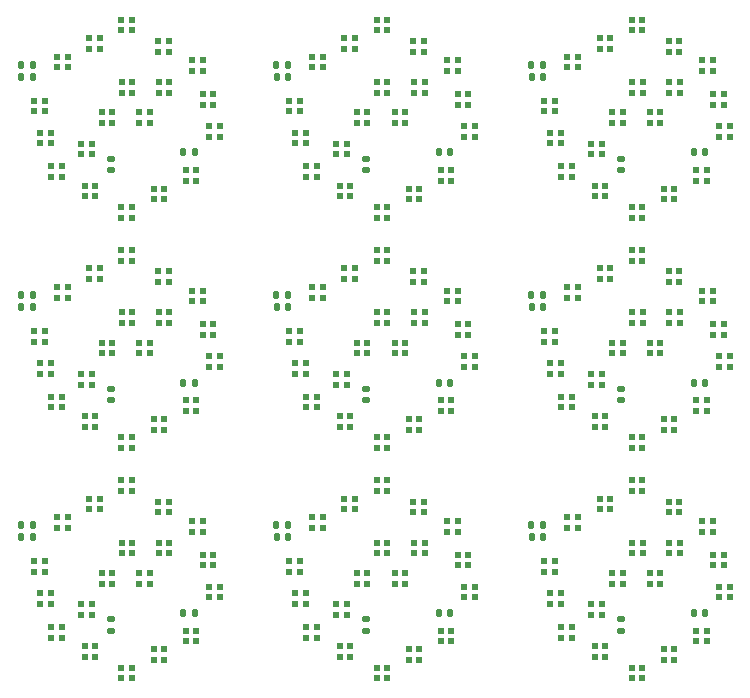
<source format=gbr>
%TF.GenerationSoftware,KiCad,Pcbnew,8.0.4*%
%TF.CreationDate,2024-10-17T13:06:50+11:00*%
%TF.ProjectId,panel,70616e65-6c2e-46b6-9963-61645f706362,rev?*%
%TF.SameCoordinates,Original*%
%TF.FileFunction,Paste,Top*%
%TF.FilePolarity,Positive*%
%FSLAX46Y46*%
G04 Gerber Fmt 4.6, Leading zero omitted, Abs format (unit mm)*
G04 Created by KiCad (PCBNEW 8.0.4) date 2024-10-17 13:06:50*
%MOMM*%
%LPD*%
G01*
G04 APERTURE LIST*
G04 Aperture macros list*
%AMRoundRect*
0 Rectangle with rounded corners*
0 $1 Rounding radius*
0 $2 $3 $4 $5 $6 $7 $8 $9 X,Y pos of 4 corners*
0 Add a 4 corners polygon primitive as box body*
4,1,4,$2,$3,$4,$5,$6,$7,$8,$9,$2,$3,0*
0 Add four circle primitives for the rounded corners*
1,1,$1+$1,$2,$3*
1,1,$1+$1,$4,$5*
1,1,$1+$1,$6,$7*
1,1,$1+$1,$8,$9*
0 Add four rect primitives between the rounded corners*
20,1,$1+$1,$2,$3,$4,$5,0*
20,1,$1+$1,$4,$5,$6,$7,0*
20,1,$1+$1,$6,$7,$8,$9,0*
20,1,$1+$1,$8,$9,$2,$3,0*%
G04 Aperture macros list end*
%ADD10R,0.500000X0.500000*%
%ADD11RoundRect,0.140000X-0.140000X-0.170000X0.140000X-0.170000X0.140000X0.170000X-0.140000X0.170000X0*%
%ADD12RoundRect,0.140000X0.170000X-0.140000X0.170000X0.140000X-0.170000X0.140000X-0.170000X-0.140000X0*%
%ADD13RoundRect,0.135000X0.135000X0.185000X-0.135000X0.185000X-0.135000X-0.185000X0.135000X-0.185000X0*%
G04 APERTURE END LIST*
D10*
%TO.C,D11*%
X58325000Y-42834347D03*
X58325000Y-41934347D03*
X57425000Y-41934347D03*
X57425000Y-42834347D03*
%TD*%
%TO.C,D2*%
X14631250Y-29431105D03*
X14631250Y-30331105D03*
X15531250Y-30331105D03*
X15531250Y-29431105D03*
%TD*%
%TO.C,D14*%
X32443750Y-16130422D03*
X32443750Y-15230422D03*
X31543750Y-15230422D03*
X31543750Y-16130422D03*
%TD*%
D11*
%TO.C,C2*%
X22596000Y-58602000D03*
X23556000Y-58602000D03*
%TD*%
D10*
%TO.C,D10*%
X18250000Y-25138566D03*
X18250000Y-24238566D03*
X17350000Y-24238566D03*
X17350000Y-25138566D03*
%TD*%
%TO.C,D3*%
X17350000Y-27861434D03*
X17350000Y-28761434D03*
X18250000Y-28761434D03*
X18250000Y-27861434D03*
%TD*%
%TO.C,D8*%
X23687500Y-21999224D03*
X23687500Y-21099224D03*
X22787500Y-21099224D03*
X22787500Y-21999224D03*
%TD*%
%TO.C,D17*%
X62076664Y-17118005D03*
X62976664Y-17118005D03*
X62976664Y-16218005D03*
X62076664Y-16218005D03*
%TD*%
D11*
%TO.C,C1*%
X8880000Y-13194000D03*
X9840000Y-13194000D03*
%TD*%
D10*
%TO.C,D3*%
X38950000Y-47361434D03*
X38950000Y-48261434D03*
X39850000Y-48261434D03*
X39850000Y-47361434D03*
%TD*%
%TO.C,D12*%
X55481250Y-41192507D03*
X55481250Y-40292507D03*
X54581250Y-40292507D03*
X54581250Y-41192507D03*
%TD*%
%TO.C,D13*%
X32975000Y-57830274D03*
X32975000Y-56930274D03*
X32075000Y-56930274D03*
X32075000Y-57830274D03*
%TD*%
%TO.C,D9*%
X42568750Y-62568895D03*
X42568750Y-61668895D03*
X41668750Y-61668895D03*
X41668750Y-62568895D03*
%TD*%
%TO.C,D4*%
X63675000Y-49165653D03*
X63675000Y-50065653D03*
X64575000Y-50065653D03*
X64575000Y-49165653D03*
%TD*%
%TO.C,D16*%
X37275357Y-36618005D03*
X38175357Y-36618005D03*
X38175357Y-35718005D03*
X37275357Y-35718005D03*
%TD*%
%TO.C,D2*%
X57831250Y-29431105D03*
X57831250Y-30331105D03*
X58731250Y-30331105D03*
X58731250Y-29431105D03*
%TD*%
%TO.C,D16*%
X37275357Y-56118005D03*
X38175357Y-56118005D03*
X38175357Y-55218005D03*
X37275357Y-55218005D03*
%TD*%
D11*
%TO.C,C1*%
X30480000Y-52194000D03*
X31440000Y-52194000D03*
%TD*%
D10*
%TO.C,D1*%
X11912500Y-11500776D03*
X11912500Y-12400776D03*
X12812500Y-12400776D03*
X12812500Y-11500776D03*
%TD*%
%TO.C,D6*%
X45825000Y-53669726D03*
X45825000Y-54569726D03*
X46725000Y-54569726D03*
X46725000Y-53669726D03*
%TD*%
%TO.C,D16*%
X15675357Y-36618005D03*
X16575357Y-36618005D03*
X16575357Y-35718005D03*
X15675357Y-35718005D03*
%TD*%
%TO.C,D17*%
X18876664Y-36618005D03*
X19776664Y-36618005D03*
X19776664Y-35718005D03*
X18876664Y-35718005D03*
%TD*%
%TO.C,D15*%
X35527837Y-18872522D03*
X35527837Y-19772522D03*
X36427837Y-19772522D03*
X36427837Y-18872522D03*
%TD*%
%TO.C,D10*%
X61450000Y-25138566D03*
X61450000Y-24238566D03*
X60550000Y-24238566D03*
X60550000Y-25138566D03*
%TD*%
%TO.C,D5*%
X66518750Y-50807493D03*
X66518750Y-51707493D03*
X67418750Y-51707493D03*
X67418750Y-50807493D03*
%TD*%
%TO.C,D19*%
X63711190Y-33151132D03*
X63711190Y-34051132D03*
X64611190Y-34051132D03*
X64611190Y-33151132D03*
%TD*%
%TO.C,D4*%
X42075000Y-49165653D03*
X42075000Y-50065653D03*
X42975000Y-50065653D03*
X42975000Y-49165653D03*
%TD*%
%TO.C,D19*%
X63711190Y-52651132D03*
X63711190Y-53551132D03*
X64611190Y-53551132D03*
X64611190Y-52651132D03*
%TD*%
%TO.C,D18*%
X38965165Y-34051132D03*
X39865165Y-34051132D03*
X39865165Y-33151132D03*
X38965165Y-33151132D03*
%TD*%
%TO.C,D4*%
X20475000Y-10165653D03*
X20475000Y-11065653D03*
X21375000Y-11065653D03*
X21375000Y-10165653D03*
%TD*%
%TO.C,D17*%
X18876664Y-17118005D03*
X19776664Y-17118005D03*
X19776664Y-16218005D03*
X18876664Y-16218005D03*
%TD*%
%TO.C,D17*%
X62076664Y-36618005D03*
X62976664Y-36618005D03*
X62976664Y-35718005D03*
X62076664Y-35718005D03*
%TD*%
%TO.C,D16*%
X37275357Y-17118005D03*
X38175357Y-17118005D03*
X38175357Y-16218005D03*
X37275357Y-16218005D03*
%TD*%
%TO.C,D5*%
X23318750Y-11807493D03*
X23318750Y-12707493D03*
X24218750Y-12707493D03*
X24218750Y-11807493D03*
%TD*%
%TO.C,D1*%
X33512500Y-31000776D03*
X33512500Y-31900776D03*
X34412500Y-31900776D03*
X34412500Y-31000776D03*
%TD*%
%TO.C,D5*%
X44918750Y-50807493D03*
X44918750Y-51707493D03*
X45818750Y-51707493D03*
X45818750Y-50807493D03*
%TD*%
D12*
%TO.C,C3*%
X59672000Y-60098000D03*
X59672000Y-59138000D03*
%TD*%
D10*
%TO.C,D14*%
X10843750Y-55130422D03*
X10843750Y-54230422D03*
X9943750Y-54230422D03*
X9943750Y-55130422D03*
%TD*%
%TO.C,D9*%
X20968750Y-43068895D03*
X20968750Y-42168895D03*
X20068750Y-42168895D03*
X20068750Y-43068895D03*
%TD*%
%TO.C,D14*%
X10843750Y-35630422D03*
X10843750Y-34730422D03*
X9943750Y-34730422D03*
X9943750Y-35630422D03*
%TD*%
D11*
%TO.C,C1*%
X52080000Y-13194000D03*
X53040000Y-13194000D03*
%TD*%
D10*
%TO.C,D18*%
X60565165Y-53551132D03*
X61465165Y-53551132D03*
X61465165Y-52651132D03*
X60565165Y-52651132D03*
%TD*%
%TO.C,D2*%
X36231250Y-48931105D03*
X36231250Y-49831105D03*
X37131250Y-49831105D03*
X37131250Y-48931105D03*
%TD*%
D13*
%TO.C,R1*%
X53070000Y-12178000D03*
X52050000Y-12178000D03*
%TD*%
D10*
%TO.C,D18*%
X60565165Y-14551132D03*
X61465165Y-14551132D03*
X61465165Y-13651132D03*
X60565165Y-13651132D03*
%TD*%
%TO.C,D11*%
X58325000Y-62334347D03*
X58325000Y-61434347D03*
X57425000Y-61434347D03*
X57425000Y-62334347D03*
%TD*%
%TO.C,D15*%
X13927837Y-18872522D03*
X13927837Y-19772522D03*
X14827837Y-19772522D03*
X14827837Y-18872522D03*
%TD*%
%TO.C,D16*%
X58875357Y-36618005D03*
X59775357Y-36618005D03*
X59775357Y-35718005D03*
X58875357Y-35718005D03*
%TD*%
D13*
%TO.C,R1*%
X9870000Y-51178000D03*
X8850000Y-51178000D03*
%TD*%
D10*
%TO.C,D5*%
X66518750Y-11807493D03*
X66518750Y-12707493D03*
X67418750Y-12707493D03*
X67418750Y-11807493D03*
%TD*%
%TO.C,D15*%
X35527837Y-57872522D03*
X35527837Y-58772522D03*
X36427837Y-58772522D03*
X36427837Y-57872522D03*
%TD*%
%TO.C,D13*%
X32975000Y-38330274D03*
X32975000Y-37430274D03*
X32075000Y-37430274D03*
X32075000Y-38330274D03*
%TD*%
%TO.C,D16*%
X58875357Y-17118005D03*
X59775357Y-17118005D03*
X59775357Y-16218005D03*
X58875357Y-16218005D03*
%TD*%
D13*
%TO.C,R1*%
X9870000Y-12178000D03*
X8850000Y-12178000D03*
%TD*%
D10*
%TO.C,D19*%
X63711190Y-13651132D03*
X63711190Y-14551132D03*
X64611190Y-14551132D03*
X64611190Y-13651132D03*
%TD*%
%TO.C,D8*%
X45287500Y-21999224D03*
X45287500Y-21099224D03*
X44387500Y-21099224D03*
X44387500Y-21999224D03*
%TD*%
D12*
%TO.C,C3*%
X16472000Y-21098000D03*
X16472000Y-20138000D03*
%TD*%
D13*
%TO.C,R1*%
X31470000Y-51178000D03*
X30450000Y-51178000D03*
%TD*%
D11*
%TO.C,C2*%
X44196000Y-39102000D03*
X45156000Y-39102000D03*
%TD*%
D10*
%TO.C,D17*%
X62076664Y-56118005D03*
X62976664Y-56118005D03*
X62976664Y-55218005D03*
X62076664Y-55218005D03*
%TD*%
%TO.C,D18*%
X17365165Y-34051132D03*
X18265165Y-34051132D03*
X18265165Y-33151132D03*
X17365165Y-33151132D03*
%TD*%
%TO.C,D11*%
X15125000Y-23334347D03*
X15125000Y-22434347D03*
X14225000Y-22434347D03*
X14225000Y-23334347D03*
%TD*%
%TO.C,D2*%
X36231250Y-29431105D03*
X36231250Y-30331105D03*
X37131250Y-30331105D03*
X37131250Y-29431105D03*
%TD*%
%TO.C,D12*%
X55481250Y-21692507D03*
X55481250Y-20792507D03*
X54581250Y-20792507D03*
X54581250Y-21692507D03*
%TD*%
%TO.C,D6*%
X24225000Y-34169726D03*
X24225000Y-35069726D03*
X25125000Y-35069726D03*
X25125000Y-34169726D03*
%TD*%
%TO.C,D9*%
X64168750Y-43068895D03*
X64168750Y-42168895D03*
X63268750Y-42168895D03*
X63268750Y-43068895D03*
%TD*%
%TO.C,D10*%
X18250000Y-44638566D03*
X18250000Y-43738566D03*
X17350000Y-43738566D03*
X17350000Y-44638566D03*
%TD*%
%TO.C,D13*%
X11375000Y-57830274D03*
X11375000Y-56930274D03*
X10475000Y-56930274D03*
X10475000Y-57830274D03*
%TD*%
%TO.C,D15*%
X57127837Y-38372522D03*
X57127837Y-39272522D03*
X58027837Y-39272522D03*
X58027837Y-38372522D03*
%TD*%
%TO.C,D3*%
X60550000Y-47361434D03*
X60550000Y-48261434D03*
X61450000Y-48261434D03*
X61450000Y-47361434D03*
%TD*%
%TO.C,D6*%
X45825000Y-34169726D03*
X45825000Y-35069726D03*
X46725000Y-35069726D03*
X46725000Y-34169726D03*
%TD*%
%TO.C,D10*%
X61450000Y-64138566D03*
X61450000Y-63238566D03*
X60550000Y-63238566D03*
X60550000Y-64138566D03*
%TD*%
%TO.C,D4*%
X63675000Y-10165653D03*
X63675000Y-11065653D03*
X64575000Y-11065653D03*
X64575000Y-10165653D03*
%TD*%
D13*
%TO.C,R1*%
X53070000Y-31678000D03*
X52050000Y-31678000D03*
%TD*%
D10*
%TO.C,D6*%
X67425000Y-34169726D03*
X67425000Y-35069726D03*
X68325000Y-35069726D03*
X68325000Y-34169726D03*
%TD*%
%TO.C,D13*%
X54575000Y-18830274D03*
X54575000Y-17930274D03*
X53675000Y-17930274D03*
X53675000Y-18830274D03*
%TD*%
%TO.C,D17*%
X40476664Y-36618005D03*
X41376664Y-36618005D03*
X41376664Y-35718005D03*
X40476664Y-35718005D03*
%TD*%
D11*
%TO.C,C1*%
X30480000Y-13194000D03*
X31440000Y-13194000D03*
%TD*%
D10*
%TO.C,D11*%
X36725000Y-62334347D03*
X36725000Y-61434347D03*
X35825000Y-61434347D03*
X35825000Y-62334347D03*
%TD*%
%TO.C,D4*%
X20475000Y-29665653D03*
X20475000Y-30565653D03*
X21375000Y-30565653D03*
X21375000Y-29665653D03*
%TD*%
%TO.C,D10*%
X61450000Y-44638566D03*
X61450000Y-43738566D03*
X60550000Y-43738566D03*
X60550000Y-44638566D03*
%TD*%
%TO.C,D13*%
X54575000Y-57830274D03*
X54575000Y-56930274D03*
X53675000Y-56930274D03*
X53675000Y-57830274D03*
%TD*%
%TO.C,D5*%
X23318750Y-50807493D03*
X23318750Y-51707493D03*
X24218750Y-51707493D03*
X24218750Y-50807493D03*
%TD*%
%TO.C,D8*%
X66887500Y-21999224D03*
X66887500Y-21099224D03*
X65987500Y-21099224D03*
X65987500Y-21999224D03*
%TD*%
D12*
%TO.C,C3*%
X38072000Y-40598000D03*
X38072000Y-39638000D03*
%TD*%
D10*
%TO.C,D15*%
X35527837Y-38372522D03*
X35527837Y-39272522D03*
X36427837Y-39272522D03*
X36427837Y-38372522D03*
%TD*%
%TO.C,D6*%
X24225000Y-53669726D03*
X24225000Y-54569726D03*
X25125000Y-54569726D03*
X25125000Y-53669726D03*
%TD*%
%TO.C,D12*%
X33881250Y-41192507D03*
X33881250Y-40292507D03*
X32981250Y-40292507D03*
X32981250Y-41192507D03*
%TD*%
%TO.C,D6*%
X45825000Y-14669726D03*
X45825000Y-15569726D03*
X46725000Y-15569726D03*
X46725000Y-14669726D03*
%TD*%
%TO.C,D7*%
X67956250Y-17369578D03*
X67956250Y-18269578D03*
X68856250Y-18269578D03*
X68856250Y-17369578D03*
%TD*%
%TO.C,D13*%
X11375000Y-18830274D03*
X11375000Y-17930274D03*
X10475000Y-17930274D03*
X10475000Y-18830274D03*
%TD*%
D12*
%TO.C,C3*%
X16472000Y-60098000D03*
X16472000Y-59138000D03*
%TD*%
D10*
%TO.C,D13*%
X54575000Y-38330274D03*
X54575000Y-37430274D03*
X53675000Y-37430274D03*
X53675000Y-38330274D03*
%TD*%
%TO.C,D11*%
X36725000Y-42834347D03*
X36725000Y-41934347D03*
X35825000Y-41934347D03*
X35825000Y-42834347D03*
%TD*%
%TO.C,D7*%
X67956250Y-36869578D03*
X67956250Y-37769578D03*
X68856250Y-37769578D03*
X68856250Y-36869578D03*
%TD*%
%TO.C,D10*%
X39850000Y-64138566D03*
X39850000Y-63238566D03*
X38950000Y-63238566D03*
X38950000Y-64138566D03*
%TD*%
%TO.C,D8*%
X45287500Y-60999224D03*
X45287500Y-60099224D03*
X44387500Y-60099224D03*
X44387500Y-60999224D03*
%TD*%
D12*
%TO.C,C3*%
X38072000Y-21098000D03*
X38072000Y-20138000D03*
%TD*%
D11*
%TO.C,C1*%
X30480000Y-32694000D03*
X31440000Y-32694000D03*
%TD*%
D10*
%TO.C,D19*%
X20511190Y-52651132D03*
X20511190Y-53551132D03*
X21411190Y-53551132D03*
X21411190Y-52651132D03*
%TD*%
%TO.C,D5*%
X44918750Y-31307493D03*
X44918750Y-32207493D03*
X45818750Y-32207493D03*
X45818750Y-31307493D03*
%TD*%
%TO.C,D14*%
X32443750Y-55130422D03*
X32443750Y-54230422D03*
X31543750Y-54230422D03*
X31543750Y-55130422D03*
%TD*%
%TO.C,D4*%
X42075000Y-29665653D03*
X42075000Y-30565653D03*
X42975000Y-30565653D03*
X42975000Y-29665653D03*
%TD*%
%TO.C,D11*%
X58325000Y-23334347D03*
X58325000Y-22434347D03*
X57425000Y-22434347D03*
X57425000Y-23334347D03*
%TD*%
D13*
%TO.C,R1*%
X53070000Y-51178000D03*
X52050000Y-51178000D03*
%TD*%
D10*
%TO.C,D3*%
X60550000Y-8361434D03*
X60550000Y-9261434D03*
X61450000Y-9261434D03*
X61450000Y-8361434D03*
%TD*%
%TO.C,D4*%
X20475000Y-49165653D03*
X20475000Y-50065653D03*
X21375000Y-50065653D03*
X21375000Y-49165653D03*
%TD*%
%TO.C,D16*%
X15675357Y-17118005D03*
X16575357Y-17118005D03*
X16575357Y-16218005D03*
X15675357Y-16218005D03*
%TD*%
%TO.C,D8*%
X66887500Y-60999224D03*
X66887500Y-60099224D03*
X65987500Y-60099224D03*
X65987500Y-60999224D03*
%TD*%
%TO.C,D5*%
X66518750Y-31307493D03*
X66518750Y-32207493D03*
X67418750Y-32207493D03*
X67418750Y-31307493D03*
%TD*%
D11*
%TO.C,C1*%
X8880000Y-32694000D03*
X9840000Y-32694000D03*
%TD*%
D10*
%TO.C,D14*%
X54043750Y-35630422D03*
X54043750Y-34730422D03*
X53143750Y-34730422D03*
X53143750Y-35630422D03*
%TD*%
D11*
%TO.C,C1*%
X52080000Y-52194000D03*
X53040000Y-52194000D03*
%TD*%
D10*
%TO.C,D3*%
X17350000Y-8361434D03*
X17350000Y-9261434D03*
X18250000Y-9261434D03*
X18250000Y-8361434D03*
%TD*%
D12*
%TO.C,C3*%
X59672000Y-40598000D03*
X59672000Y-39638000D03*
%TD*%
D10*
%TO.C,D3*%
X17350000Y-47361434D03*
X17350000Y-48261434D03*
X18250000Y-48261434D03*
X18250000Y-47361434D03*
%TD*%
D11*
%TO.C,C1*%
X52080000Y-32694000D03*
X53040000Y-32694000D03*
%TD*%
D10*
%TO.C,D1*%
X33512500Y-11500776D03*
X33512500Y-12400776D03*
X34412500Y-12400776D03*
X34412500Y-11500776D03*
%TD*%
%TO.C,D19*%
X42111190Y-13651132D03*
X42111190Y-14551132D03*
X43011190Y-14551132D03*
X43011190Y-13651132D03*
%TD*%
%TO.C,D15*%
X57127837Y-57872522D03*
X57127837Y-58772522D03*
X58027837Y-58772522D03*
X58027837Y-57872522D03*
%TD*%
%TO.C,D7*%
X24756250Y-17369578D03*
X24756250Y-18269578D03*
X25656250Y-18269578D03*
X25656250Y-17369578D03*
%TD*%
%TO.C,D18*%
X17365165Y-53551132D03*
X18265165Y-53551132D03*
X18265165Y-52651132D03*
X17365165Y-52651132D03*
%TD*%
D13*
%TO.C,R1*%
X31470000Y-12178000D03*
X30450000Y-12178000D03*
%TD*%
D10*
%TO.C,D1*%
X33512500Y-50500776D03*
X33512500Y-51400776D03*
X34412500Y-51400776D03*
X34412500Y-50500776D03*
%TD*%
%TO.C,D12*%
X55481250Y-60692507D03*
X55481250Y-59792507D03*
X54581250Y-59792507D03*
X54581250Y-60692507D03*
%TD*%
%TO.C,D9*%
X42568750Y-43068895D03*
X42568750Y-42168895D03*
X41668750Y-42168895D03*
X41668750Y-43068895D03*
%TD*%
%TO.C,D12*%
X12281250Y-41192507D03*
X12281250Y-40292507D03*
X11381250Y-40292507D03*
X11381250Y-41192507D03*
%TD*%
%TO.C,D15*%
X57127837Y-18872522D03*
X57127837Y-19772522D03*
X58027837Y-19772522D03*
X58027837Y-18872522D03*
%TD*%
%TO.C,D14*%
X54043750Y-16130422D03*
X54043750Y-15230422D03*
X53143750Y-15230422D03*
X53143750Y-16130422D03*
%TD*%
%TO.C,D12*%
X33881250Y-60692507D03*
X33881250Y-59792507D03*
X32981250Y-59792507D03*
X32981250Y-60692507D03*
%TD*%
%TO.C,D11*%
X15125000Y-42834347D03*
X15125000Y-41934347D03*
X14225000Y-41934347D03*
X14225000Y-42834347D03*
%TD*%
%TO.C,D16*%
X15675357Y-56118005D03*
X16575357Y-56118005D03*
X16575357Y-55218005D03*
X15675357Y-55218005D03*
%TD*%
%TO.C,D19*%
X20511190Y-33151132D03*
X20511190Y-34051132D03*
X21411190Y-34051132D03*
X21411190Y-33151132D03*
%TD*%
%TO.C,D9*%
X64168750Y-23568895D03*
X64168750Y-22668895D03*
X63268750Y-22668895D03*
X63268750Y-23568895D03*
%TD*%
%TO.C,D3*%
X60550000Y-27861434D03*
X60550000Y-28761434D03*
X61450000Y-28761434D03*
X61450000Y-27861434D03*
%TD*%
%TO.C,D2*%
X14631250Y-48931105D03*
X14631250Y-49831105D03*
X15531250Y-49831105D03*
X15531250Y-48931105D03*
%TD*%
D12*
%TO.C,C3*%
X16472000Y-40598000D03*
X16472000Y-39638000D03*
%TD*%
D10*
%TO.C,D18*%
X38965165Y-53551132D03*
X39865165Y-53551132D03*
X39865165Y-52651132D03*
X38965165Y-52651132D03*
%TD*%
%TO.C,D2*%
X57831250Y-48931105D03*
X57831250Y-49831105D03*
X58731250Y-49831105D03*
X58731250Y-48931105D03*
%TD*%
%TO.C,D19*%
X42111190Y-33151132D03*
X42111190Y-34051132D03*
X43011190Y-34051132D03*
X43011190Y-33151132D03*
%TD*%
%TO.C,D7*%
X24756250Y-36869578D03*
X24756250Y-37769578D03*
X25656250Y-37769578D03*
X25656250Y-36869578D03*
%TD*%
%TO.C,D17*%
X40476664Y-56118005D03*
X41376664Y-56118005D03*
X41376664Y-55218005D03*
X40476664Y-55218005D03*
%TD*%
%TO.C,D11*%
X15125000Y-62334347D03*
X15125000Y-61434347D03*
X14225000Y-61434347D03*
X14225000Y-62334347D03*
%TD*%
%TO.C,D2*%
X57831250Y-9931105D03*
X57831250Y-10831105D03*
X58731250Y-10831105D03*
X58731250Y-9931105D03*
%TD*%
D13*
%TO.C,R1*%
X31470000Y-31678000D03*
X30450000Y-31678000D03*
%TD*%
D12*
%TO.C,C3*%
X38072000Y-60098000D03*
X38072000Y-59138000D03*
%TD*%
D11*
%TO.C,C1*%
X8880000Y-52194000D03*
X9840000Y-52194000D03*
%TD*%
D10*
%TO.C,D12*%
X33881250Y-21692507D03*
X33881250Y-20792507D03*
X32981250Y-20792507D03*
X32981250Y-21692507D03*
%TD*%
%TO.C,D8*%
X66887500Y-41499224D03*
X66887500Y-40599224D03*
X65987500Y-40599224D03*
X65987500Y-41499224D03*
%TD*%
%TO.C,D2*%
X14631250Y-9931105D03*
X14631250Y-10831105D03*
X15531250Y-10831105D03*
X15531250Y-9931105D03*
%TD*%
%TO.C,D18*%
X38965165Y-14551132D03*
X39865165Y-14551132D03*
X39865165Y-13651132D03*
X38965165Y-13651132D03*
%TD*%
%TO.C,D5*%
X23318750Y-31307493D03*
X23318750Y-32207493D03*
X24218750Y-32207493D03*
X24218750Y-31307493D03*
%TD*%
%TO.C,D9*%
X20968750Y-62568895D03*
X20968750Y-61668895D03*
X20068750Y-61668895D03*
X20068750Y-62568895D03*
%TD*%
%TO.C,D14*%
X10843750Y-16130422D03*
X10843750Y-15230422D03*
X9943750Y-15230422D03*
X9943750Y-16130422D03*
%TD*%
%TO.C,D13*%
X11375000Y-38330274D03*
X11375000Y-37430274D03*
X10475000Y-37430274D03*
X10475000Y-38330274D03*
%TD*%
%TO.C,D6*%
X24225000Y-14669726D03*
X24225000Y-15569726D03*
X25125000Y-15569726D03*
X25125000Y-14669726D03*
%TD*%
%TO.C,D19*%
X20511190Y-13651132D03*
X20511190Y-14551132D03*
X21411190Y-14551132D03*
X21411190Y-13651132D03*
%TD*%
%TO.C,D17*%
X18876664Y-56118005D03*
X19776664Y-56118005D03*
X19776664Y-55218005D03*
X18876664Y-55218005D03*
%TD*%
%TO.C,D6*%
X67425000Y-53669726D03*
X67425000Y-54569726D03*
X68325000Y-54569726D03*
X68325000Y-53669726D03*
%TD*%
%TO.C,D1*%
X11912500Y-50500776D03*
X11912500Y-51400776D03*
X12812500Y-51400776D03*
X12812500Y-50500776D03*
%TD*%
%TO.C,D12*%
X12281250Y-60692507D03*
X12281250Y-59792507D03*
X11381250Y-59792507D03*
X11381250Y-60692507D03*
%TD*%
%TO.C,D1*%
X55112500Y-31000776D03*
X55112500Y-31900776D03*
X56012500Y-31900776D03*
X56012500Y-31000776D03*
%TD*%
%TO.C,D19*%
X42111190Y-52651132D03*
X42111190Y-53551132D03*
X43011190Y-53551132D03*
X43011190Y-52651132D03*
%TD*%
%TO.C,D10*%
X39850000Y-25138566D03*
X39850000Y-24238566D03*
X38950000Y-24238566D03*
X38950000Y-25138566D03*
%TD*%
%TO.C,D8*%
X23687500Y-41499224D03*
X23687500Y-40599224D03*
X22787500Y-40599224D03*
X22787500Y-41499224D03*
%TD*%
D11*
%TO.C,C2*%
X22596000Y-19602000D03*
X23556000Y-19602000D03*
%TD*%
D10*
%TO.C,D1*%
X55112500Y-50500776D03*
X55112500Y-51400776D03*
X56012500Y-51400776D03*
X56012500Y-50500776D03*
%TD*%
%TO.C,D13*%
X32975000Y-18830274D03*
X32975000Y-17930274D03*
X32075000Y-17930274D03*
X32075000Y-18830274D03*
%TD*%
%TO.C,D7*%
X46356250Y-36869578D03*
X46356250Y-37769578D03*
X47256250Y-37769578D03*
X47256250Y-36869578D03*
%TD*%
D11*
%TO.C,C2*%
X44196000Y-58602000D03*
X45156000Y-58602000D03*
%TD*%
D10*
%TO.C,D6*%
X67425000Y-14669726D03*
X67425000Y-15569726D03*
X68325000Y-15569726D03*
X68325000Y-14669726D03*
%TD*%
%TO.C,D9*%
X42568750Y-23568895D03*
X42568750Y-22668895D03*
X41668750Y-22668895D03*
X41668750Y-23568895D03*
%TD*%
D12*
%TO.C,C3*%
X59672000Y-21098000D03*
X59672000Y-20138000D03*
%TD*%
D10*
%TO.C,D3*%
X38950000Y-27861434D03*
X38950000Y-28761434D03*
X39850000Y-28761434D03*
X39850000Y-27861434D03*
%TD*%
%TO.C,D7*%
X24756250Y-56369578D03*
X24756250Y-57269578D03*
X25656250Y-57269578D03*
X25656250Y-56369578D03*
%TD*%
%TO.C,D4*%
X63675000Y-29665653D03*
X63675000Y-30565653D03*
X64575000Y-30565653D03*
X64575000Y-29665653D03*
%TD*%
%TO.C,D4*%
X42075000Y-10165653D03*
X42075000Y-11065653D03*
X42975000Y-11065653D03*
X42975000Y-10165653D03*
%TD*%
%TO.C,D7*%
X67956250Y-56369578D03*
X67956250Y-57269578D03*
X68856250Y-57269578D03*
X68856250Y-56369578D03*
%TD*%
D13*
%TO.C,R1*%
X9870000Y-31678000D03*
X8850000Y-31678000D03*
%TD*%
D10*
%TO.C,D9*%
X20968750Y-23568895D03*
X20968750Y-22668895D03*
X20068750Y-22668895D03*
X20068750Y-23568895D03*
%TD*%
%TO.C,D7*%
X46356250Y-56369578D03*
X46356250Y-57269578D03*
X47256250Y-57269578D03*
X47256250Y-56369578D03*
%TD*%
%TO.C,D8*%
X45287500Y-41499224D03*
X45287500Y-40599224D03*
X44387500Y-40599224D03*
X44387500Y-41499224D03*
%TD*%
%TO.C,D8*%
X23687500Y-60999224D03*
X23687500Y-60099224D03*
X22787500Y-60099224D03*
X22787500Y-60999224D03*
%TD*%
%TO.C,D11*%
X36725000Y-23334347D03*
X36725000Y-22434347D03*
X35825000Y-22434347D03*
X35825000Y-23334347D03*
%TD*%
%TO.C,D18*%
X17365165Y-14551132D03*
X18265165Y-14551132D03*
X18265165Y-13651132D03*
X17365165Y-13651132D03*
%TD*%
%TO.C,D17*%
X40476664Y-17118005D03*
X41376664Y-17118005D03*
X41376664Y-16218005D03*
X40476664Y-16218005D03*
%TD*%
D11*
%TO.C,C2*%
X22596000Y-39102000D03*
X23556000Y-39102000D03*
%TD*%
%TO.C,C2*%
X65796000Y-19602000D03*
X66756000Y-19602000D03*
%TD*%
D10*
%TO.C,D5*%
X44918750Y-11807493D03*
X44918750Y-12707493D03*
X45818750Y-12707493D03*
X45818750Y-11807493D03*
%TD*%
D11*
%TO.C,C2*%
X65796000Y-39102000D03*
X66756000Y-39102000D03*
%TD*%
D10*
%TO.C,D2*%
X36231250Y-9931105D03*
X36231250Y-10831105D03*
X37131250Y-10831105D03*
X37131250Y-9931105D03*
%TD*%
%TO.C,D18*%
X60565165Y-34051132D03*
X61465165Y-34051132D03*
X61465165Y-33151132D03*
X60565165Y-33151132D03*
%TD*%
%TO.C,D3*%
X38950000Y-8361434D03*
X38950000Y-9261434D03*
X39850000Y-9261434D03*
X39850000Y-8361434D03*
%TD*%
%TO.C,D9*%
X64168750Y-62568895D03*
X64168750Y-61668895D03*
X63268750Y-61668895D03*
X63268750Y-62568895D03*
%TD*%
D11*
%TO.C,C2*%
X44196000Y-19602000D03*
X45156000Y-19602000D03*
%TD*%
D10*
%TO.C,D12*%
X12281250Y-21692507D03*
X12281250Y-20792507D03*
X11381250Y-20792507D03*
X11381250Y-21692507D03*
%TD*%
D11*
%TO.C,C2*%
X65796000Y-58602000D03*
X66756000Y-58602000D03*
%TD*%
D10*
%TO.C,D10*%
X39850000Y-44638566D03*
X39850000Y-43738566D03*
X38950000Y-43738566D03*
X38950000Y-44638566D03*
%TD*%
%TO.C,D7*%
X46356250Y-17369578D03*
X46356250Y-18269578D03*
X47256250Y-18269578D03*
X47256250Y-17369578D03*
%TD*%
%TO.C,D1*%
X11912500Y-31000776D03*
X11912500Y-31900776D03*
X12812500Y-31900776D03*
X12812500Y-31000776D03*
%TD*%
%TO.C,D10*%
X18250000Y-64138566D03*
X18250000Y-63238566D03*
X17350000Y-63238566D03*
X17350000Y-64138566D03*
%TD*%
%TO.C,D16*%
X58875357Y-56118005D03*
X59775357Y-56118005D03*
X59775357Y-55218005D03*
X58875357Y-55218005D03*
%TD*%
%TO.C,D1*%
X55112500Y-11500776D03*
X55112500Y-12400776D03*
X56012500Y-12400776D03*
X56012500Y-11500776D03*
%TD*%
%TO.C,D15*%
X13927837Y-38372522D03*
X13927837Y-39272522D03*
X14827837Y-39272522D03*
X14827837Y-38372522D03*
%TD*%
%TO.C,D15*%
X13927837Y-57872522D03*
X13927837Y-58772522D03*
X14827837Y-58772522D03*
X14827837Y-57872522D03*
%TD*%
%TO.C,D14*%
X54043750Y-55130422D03*
X54043750Y-54230422D03*
X53143750Y-54230422D03*
X53143750Y-55130422D03*
%TD*%
%TO.C,D14*%
X32443750Y-35630422D03*
X32443750Y-34730422D03*
X31543750Y-34730422D03*
X31543750Y-35630422D03*
%TD*%
M02*

</source>
